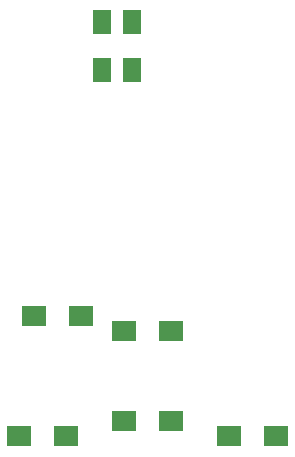
<source format=gbr>
G04 #@! TF.FileFunction,Paste,Bot*
%FSLAX46Y46*%
G04 Gerber Fmt 4.6, Leading zero omitted, Abs format (unit mm)*
G04 Created by KiCad (PCBNEW 4.0.4-stable) date 07/08/18 17:05:10*
%MOMM*%
%LPD*%
G01*
G04 APERTURE LIST*
%ADD10C,0.100000*%
%ADD11R,1.600000X2.000000*%
%ADD12R,2.000000X1.700000*%
G04 APERTURE END LIST*
D10*
D11*
X129540000Y-95980000D03*
X129540000Y-91980000D03*
X127000000Y-95980000D03*
X127000000Y-91980000D03*
D12*
X121190000Y-116840000D03*
X125190000Y-116840000D03*
X141700000Y-127000000D03*
X137700000Y-127000000D03*
X128810000Y-118110000D03*
X132810000Y-118110000D03*
X123920000Y-127000000D03*
X119920000Y-127000000D03*
X128810000Y-125730000D03*
X132810000Y-125730000D03*
M02*

</source>
